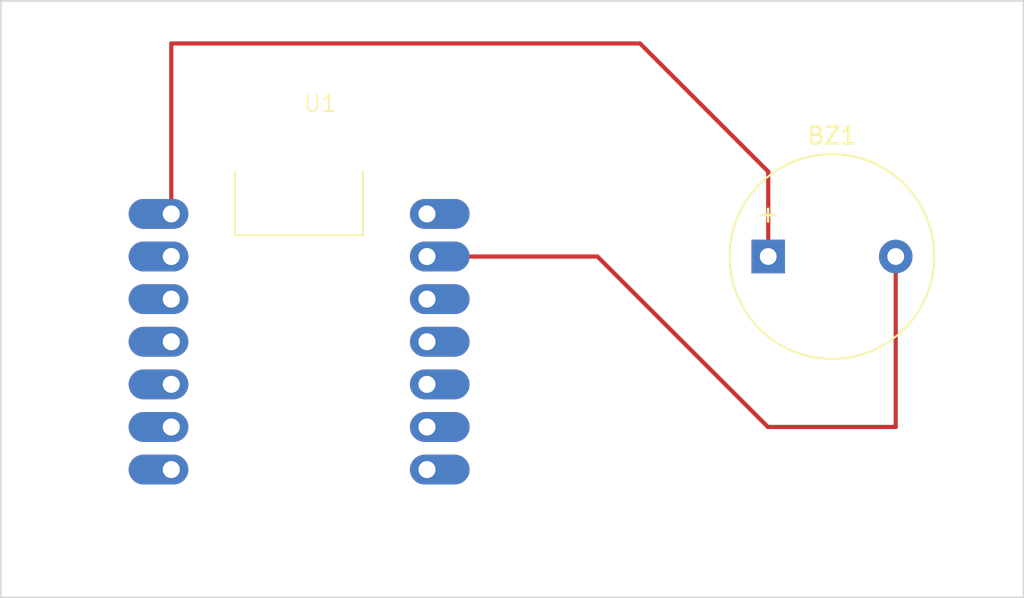
<source format=kicad_pcb>
(kicad_pcb (version 20221018) (generator pcbnew)
  (layers (0 "F.Cu" signal) (31 "B.Cu" signal) (34 "B.Paste" user) (35 "F.Paste" user) (36 "B.SilkS" user "B.Silkscreen") (37 "F.SilkS" user "F.Silkscreen") (38 "B.Mask" user) (39 "F.Mask" user) (44 "Edge.Cuts" user))
  (net 0 "")
  (net 11 "Net-(J1-Pin_1)")
  (net 13 "Net-(BZ1-+)")
  (net 14 "Net-(BZ1--)")
  (footprint "Demo:XIAO_ESP32_SENSE" (layer "F.Cu") (at 116.84 86.36)
    (fp_text reference "U1" (at 1.27 -14.2 unlocked) (layer "F.SilkS") (effects (font (thickness 0.1))))
    (fp_text value "~")
    (fp_line (start -3.81 -10.16) (end -3.81 -6.35) (stroke (width 0.1)) (layer "F.SilkS"))
    (fp_line (start -3.81 -6.35) (end 3.81 -6.35) (stroke (width 0.1)) (layer "F.SilkS"))
    (fp_line (start 3.81 -6.35) (end 3.81 -10.16) (stroke (width 0.1)) (layer "F.SilkS"))
    (pad "1" thru_hole oval (at -7.62 -7.62) (size 3.556 1.778) (drill 1.016 (offset -0.762 0)) (layers "*.Cu" "*.Mask") (net 13 "Net-(BZ1-+)"))
    (pad "2" thru_hole oval (at -7.62 -5.08) (size 3.556 1.778) (drill 1.016 (offset -0.762 0)) (layers "*.Cu" "*.Mask"))
    (pad "3" thru_hole oval (at -7.62 -2.54) (size 3.556 1.778) (drill 1.016 (offset -0.762 0)) (layers "*.Cu" "*.Mask"))
    (pad "4" thru_hole oval (at -7.62 0) (size 3.556 1.778) (drill 1.016 (offset -0.762 0)) (layers "*.Cu" "*.Mask"))
    (pad "5" thru_hole oval (at -7.62 2.54) (size 3.556 1.778) (drill 1.016 (offset -0.762 0)) (layers "*.Cu" "*.Mask"))
    (pad "6" thru_hole oval (at -7.62 5.08) (size 3.556 1.778) (drill 1.016 (offset -0.762 0)) (layers "*.Cu" "*.Mask"))
    (pad "7" thru_hole oval (at -7.62 7.62) (size 3.556 1.778) (drill 1.016 (offset -0.762 0)) (layers "*.Cu" "*.Mask"))
    (pad "8" thru_hole oval (at 7.62 -7.62) (size 3.556 1.778) (drill 1.016 (offset 0.762 0)) (layers "*.Cu" "*.Mask") (net 11 "Net-(J1-Pin_1)"))
    (pad "9" thru_hole oval (at 7.62 -5.08) (size 3.556 1.778) (drill 1.016 (offset 0.762 0)) (layers "*.Cu" "*.Mask") (net 14 "Net-(BZ1--)"))
    (pad "10" thru_hole oval (at 7.62 -2.54) (size 3.556 1.778) (drill 1.016 (offset 0.762 0)) (layers "*.Cu" "*.Mask"))
    (pad "11" thru_hole oval (at 7.62 0) (size 3.556 1.778) (drill 1.016 (offset 0.762 0)) (layers "*.Cu" "*.Mask"))
    (pad "12" thru_hole oval (at 7.62 2.54) (size 3.556 1.778) (drill 1.016 (offset 0.762 0)) (layers "*.Cu" "*.Mask"))
    (pad "13" thru_hole oval (at 7.62 5.08) (size 3.556 1.778) (drill 1.016 (offset 0.762 0)) (layers "*.Cu" "*.Mask"))
    (pad "14" thru_hole oval (at 7.62 7.62) (size 3.556 1.778) (drill 1.016 (offset 0.762 0)) (layers "*.Cu" "*.Mask"))
  )
  (footprint "Buzzer_Beeper:Buzzer_12x9.5RM7.6" (layer "F.Cu") (at 144.8 81.28)
    (fp_text reference "BZ1" (at 3.8 -7.2) (layer "F.SilkS"))
    (fp_text value "Buzzer")
    (fp_text user "+" (at -0.01 -2.54) (layer "F.SilkS"))
    (fp_circle (center 3.8 0) (end 9.9 0) (stroke (width 0.12)) (fill none) (layer "F.SilkS"))
    (pad "1" thru_hole rect (at 0 0) (size 2 2) (drill 1) (layers "*.Cu" "*.Mask") (net 13 "Net-(BZ1-+)"))
    (pad "2" thru_hole circle (at 7.6 0) (size 2 2) (drill 1) (layers "*.Cu" "*.Mask") (net 14 "Net-(BZ1--)"))
  )
  (gr_line (start 99.06 101.6) (end 99.06 66.04) (stroke (width 0.1)) (layer "Edge.Cuts"))
  (gr_line (start 99.06 66.04) (end 160.02 66.04) (stroke (width 0.1)) (layer "Edge.Cuts"))
  (gr_line (start 160.02 101.6) (end 99.06 101.6) (stroke (width 0.1)) (layer "Edge.Cuts"))
  (gr_line (start 160.02 66.04) (end 160.02 101.6) (stroke (width 0.1)) (layer "Edge.Cuts"))
  (segment (start 109.22 68.58) (end 109.22 78.74) (width 0.25) (layer "F.Cu") (net 13))
  (segment (start 137.16 68.58) (end 109.22 68.58) (width 0.25) (layer "F.Cu") (net 13))
  (segment (start 144.8 76.22) (end 137.16 68.58) (width 0.25) (layer "F.Cu") (net 13))
  (segment (start 144.8 81.28) (end 144.8 76.22) (width 0.25) (layer "F.Cu") (net 13))
  (segment (start 124.46 81.28) (end 134.62 81.28) (width 0.25) (layer "F.Cu") (net 14))
  (segment (start 152.4 91.44) (end 152.4 81.28) (width 0.25) (layer "F.Cu") (net 14))
  (segment (start 134.62 81.28) (end 144.78 91.44) (width 0.25) (layer "F.Cu") (net 14))
  (segment (start 144.78 91.44) (end 152.4 91.44) (width 0.25) (layer "F.Cu") (net 14))
)
</source>
